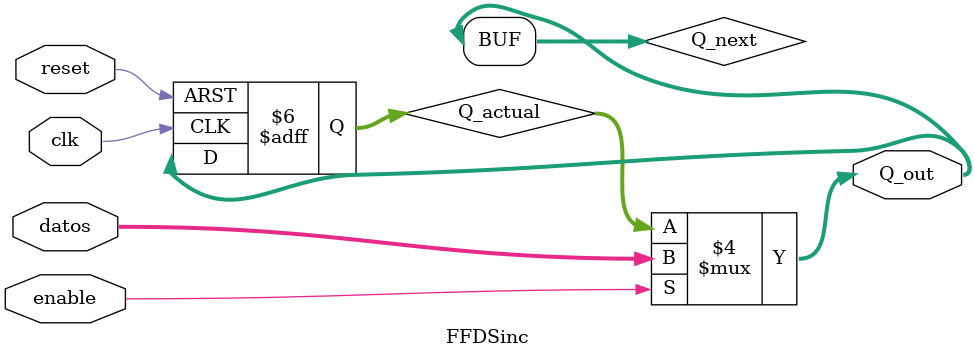
<source format=v>
`timescale 1ns / 1ps
module FFDSinc(

input wire clk,reset,
input wire [7:0] datos,
input wire enable,
output wire [7:0] Q_out

 );
 
 reg [7:0] Q_actual,Q_next;
 
always@(posedge clk , posedge reset)

if(reset)
	begin
	Q_actual <=8'b0;

	end

else

	begin

	Q_actual<= Q_next;
	
	end

always @*

	if(enable)

		Q_next=datos;

	else

		Q_next = Q_actual;


assign Q_out = Q_next;

endmodule

</source>
